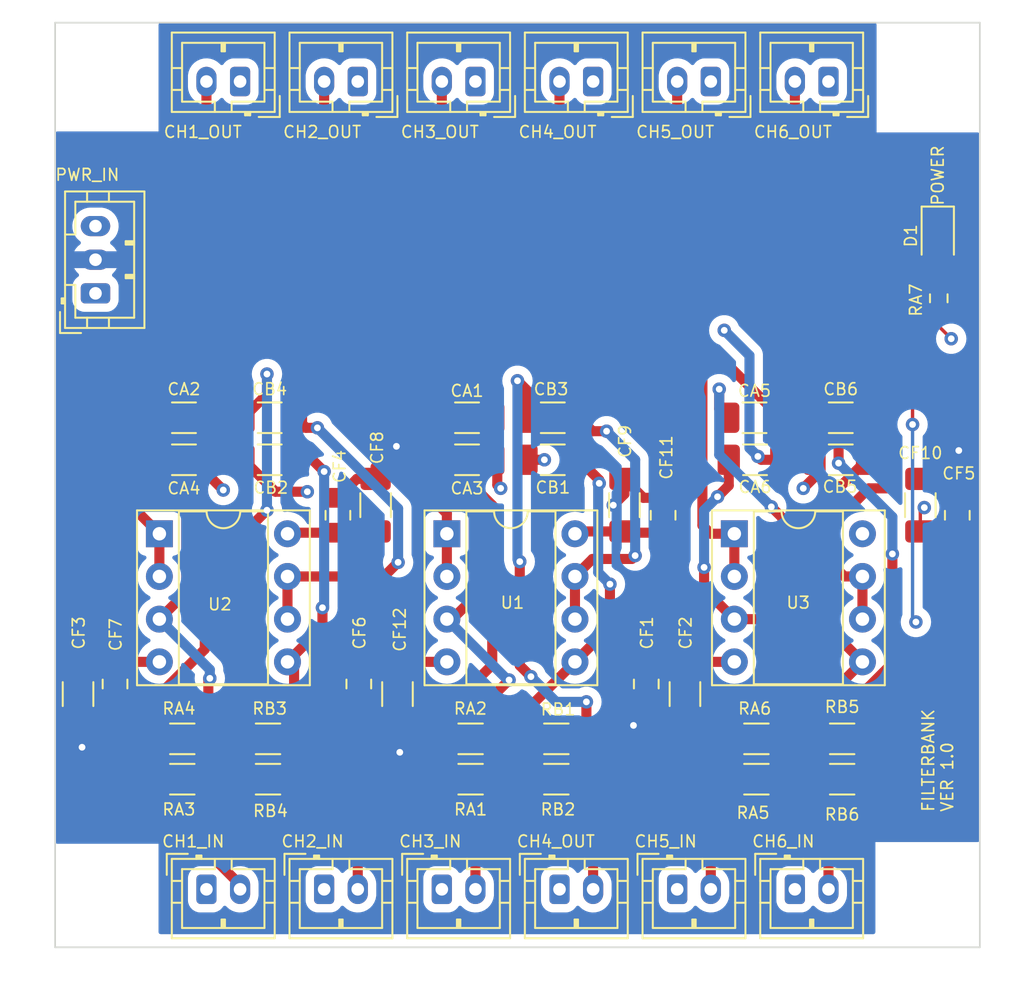
<source format=kicad_pcb>
(kicad_pcb (version 20221018) (generator pcbnew)
  (layers (0 "F.Cu" signal) (1 "In1.Cu" signal) (2 "In2.Cu" signal) (31 "B.Cu" signal) (34 "B.Paste" user) (35 "F.Paste" user) (36 "B.SilkS" user "B.Silkscreen") (37 "F.SilkS" user "F.Silkscreen") (38 "B.Mask" user) (39 "F.Mask" user) (44 "Edge.Cuts" user))
  (net 0 "")
  (net 1 "V-")
  (net 2 "V+")
  (net 3 "Net-(CA1-Pad2)")
  (net 4 "Net-(CA2-Pad2)")
  (net 5 "Net-(U1-InA+)")
  (net 6 "Net-(U2-InA+)")
  (net 7 "Net-(U3-InA+)")
  (net 8 "Net-(CA5-Pad2)")
  (net 9 "Net-(U1-InB+)")
  (net 10 "Net-(U2-InB+)")
  (net 11 "Net-(U3-InB+)")
  (net 12 "Net-(CB3-Pad1)")
  (net 13 "Net-(CB4-Pad1)")
  (net 14 "Net-(D1-A)")
  (net 15 "Net-(CB6-Pad1)")
  (net 16 "PGND")
  (net 17 "CH1GND")
  (net 18 "CH2GND")
  (net 19 "CH3GND")
  (net 20 "CH4GND")
  (net 21 "CH5GND")
  (net 22 "CH6GND")
  (net 23 "CH1IN")
  (net 24 "CH2IN")
  (net 25 "CH3IN")
  (net 26 "CH4IN")
  (net 27 "CH5IN")
  (net 28 "CH6IN")
  (net 29 "CH1OUT")
  (net 30 "CH3OUT")
  (net 31 "CH5OUT")
  (net 32 "CH4OUT")
  (net 33 "CH2OUT")
  (net 34 "CH6OUT")
  (footprint "Resistor_SMD:R_1206_3216Metric_Pad1.30x1.75mm_HandSolder" (layer "F.Cu") (at 144.0625 125.6 180)
    (fp_text reference "RB4")
    (fp_text value "7.5K")
  )
  (footprint "Connector_JST:JST_PH_B3B-PH-K_1x03_P2.00mm_Vertical" (layer "F.Cu") (at 133.8 96.7 90)
    (fp_text reference "J4" hide)
    (fp_text value "Conn_01x03_Male")
  )
  (footprint "Package_DIP:DIP-8_W7.62mm_Socket" (layer "F.Cu") (at 171.8 111)
    (fp_text reference "U3")
    (fp_text value "OPA2134")
  )
  (footprint "Connector_JST:JST_PH_B2B-PH-K_1x02_P2.00mm_Vertical" (layer "F.Cu") (at 142.4 84.1 180)
    (fp_text reference "J2" hide)
    (fp_text value "Conn_01x02_Male")
  )
  (footprint "MountingHole:MountingHole_3.2mm_M3" (layer "F.Cu") (at 183.9 133.1)
    (fp_text reference "H1" hide)
    (fp_text value "MountingHole")
  )
  (footprint "Capacitor_SMD:C_1206_3216Metric_Pad1.33x1.80mm_HandSolder" (layer "F.Cu") (at 132.7625 120.5375 90)
    (fp_text reference "CF3")
    (fp_text value "10u")
  )
  (footprint "Package_DIP:DIP-8_W7.62mm_Socket" (layer "F.Cu") (at 137.6 111)
    (fp_text reference "U2")
    (fp_text value "OPA2134")
  )
  (footprint "Connector_JST:JST_PH_B2B-PH-K_1x02_P2.00mm_Vertical" (layer "F.Cu") (at 154.4 132.15)
    (fp_text reference "J9" hide)
    (fp_text value "Conn_01x02_Male")
  )
  (footprint "Capacitor_SMD:C_0805_2012Metric_Pad1.18x1.45mm_HandSolder" (layer "F.Cu") (at 185.0625 109.9 -90)
    (fp_text reference "CF5")
    (fp_text value "0.1u")
  )
  (footprint "Capacitor_SMD:C_1206_3216Metric_Pad1.33x1.80mm_HandSolder" (layer "F.Cu") (at 150.4625 109.3 -90)
    (fp_text reference "CF8")
    (fp_text value "10u")
  )
  (footprint "Connector_JST:JST_PH_B2B-PH-K_1x02_P2.00mm_Vertical" (layer "F.Cu") (at 163.4 84.1 180)
    (fp_text reference "J7" hide)
    (fp_text value "Conn_01x02_Male")
  )
  (footprint "Capacitor_SMD:C_1206_3216Metric_Pad1.33x1.80mm_HandSolder" (layer "F.Cu") (at 144.1625 104.1)
    (fp_text reference "CB4")
    (fp_text value "470P")
  )
  (footprint "Connector_JST:JST_PH_B2B-PH-K_1x02_P2.00mm_Vertical" (layer "F.Cu") (at 140.4 132.15)
    (fp_text reference "J11" hide)
    (fp_text value "Conn_01x02_Male")
  )
  (footprint "Connector_JST:JST_PH_B2B-PH-K_1x02_P2.00mm_Vertical" (layer "F.Cu") (at 161.4 132.15)
    (fp_text reference "J10" hide)
    (fp_text value "Conn_01x02_Male")
  )
  (footprint "MountingHole:MountingHole_3.2mm_M3" (layer "F.Cu") (at 133.9 133.1)
    (fp_text reference "H3" hide)
    (fp_text value "MountingHole")
  )
  (footprint "Connector_JST:JST_PH_B2B-PH-K_1x02_P2.00mm_Vertical" (layer "F.Cu") (at 170.4 84.1 180)
    (fp_text reference "J6" hide)
    (fp_text value "Conn_01x02_Male")
  )
  (footprint "Connector_JST:JST_PH_B2B-PH-K_1x02_P2.00mm_Vertical" (layer "F.Cu") (at 168.4 132.15)
    (fp_text reference "J13" hide)
    (fp_text value "Conn_01x02_Male")
  )
  (footprint "Resistor_SMD:R_1206_3216Metric_Pad1.30x1.75mm_HandSolder" (layer "F.Cu") (at 156.1125 125.6 180)
    (fp_text reference "RA1")
    (fp_text value "7.5K")
  )
  (footprint "Resistor_SMD:R_1206_3216Metric_Pad1.30x1.75mm_HandSolder" (layer "F.Cu") (at 173.1125 123.2 180)
    (fp_text reference "RA6")
    (fp_text value "130K")
  )
  (footprint "Capacitor_SMD:C_1206_3216Metric_Pad1.33x1.80mm_HandSolder" (layer "F.Cu") (at 155.9 106.6 180)
    (fp_text reference "CA3")
    (fp_text value "47P")
  )
  (footprint "Connector_JST:JST_PH_B2B-PH-K_1x02_P2.00mm_Vertical" (layer "F.Cu") (at 177.4 84.1 180)
    (fp_text reference "J5" hide)
    (fp_text value "Conn_01x02_Male")
  )
  (footprint "Capacitor_SMD:C_1206_3216Metric_Pad1.33x1.80mm_HandSolder" (layer "F.Cu") (at 168.8625 120.5375 90)
    (fp_text reference "CF2")
    (fp_text value "10u")
  )
  (footprint "MountingHole:MountingHole_3.2mm_M3" (layer "F.Cu") (at 183.9 83.1)
    (fp_text reference "H4" hide)
    (fp_text value "MountingHole")
  )
  (footprint "Capacitor_SMD:C_1206_3216Metric_Pad1.33x1.80mm_HandSolder" (layer "F.Cu") (at 173 104.1 180)
    (fp_text reference "CA5")
    (fp_text value "470P")
  )
  (footprint "Resistor_SMD:R_1206_3216Metric_Pad1.30x1.75mm_HandSolder" (layer "F.Cu") (at 161.2125 125.6 180)
    (fp_text reference "RB2")
    (fp_text value "7.5K")
  )
  (footprint "Capacitor_SMD:C_1206_3216Metric_Pad1.33x1.80mm_HandSolder" (layer "F.Cu") (at 178.13 106.6)
    (fp_text reference "CB5")
    (fp_text value "47P")
  )
  (footprint "Capacitor_SMD:C_0805_2012Metric_Pad1.18x1.45mm_HandSolder" (layer "F.Cu") (at 149.4625 119.9375 90)
    (fp_text reference "CF6")
    (fp_text value "0.1u")
  )
  (footprint "Resistor_SMD:R_1206_3216Metric_Pad1.30x1.75mm_HandSolder" (layer "F.Cu") (at 138.9625 123.2)
    (fp_text reference "RA4")
    (fp_text value "130K")
  )
  (footprint "Capacitor_SMD:C_1206_3216Metric_Pad1.33x1.80mm_HandSolder" (layer "F.Cu") (at 161 106.6)
    (fp_text reference "CB1")
    (fp_text value "47P")
  )
  (footprint "Capacitor_SMD:C_1206_3216Metric_Pad1.33x1.80mm_HandSolder" (layer "F.Cu") (at 155.9 104.1 180)
    (fp_text reference "CA1")
    (fp_text value "470P")
  )
  (footprint "Resistor_SMD:R_1206_3216Metric_Pad1.30x1.75mm_HandSolder" (layer "F.Cu") (at 178.2125 125.6 180)
    (fp_text reference "RB6")
    (fp_text value "7.5K")
  )
  (footprint "Capacitor_SMD:C_1206_3216Metric_Pad1.33x1.80mm_HandSolder" (layer "F.Cu") (at 182.8625 109.3 -90)
    (fp_text reference "CF10")
    (fp_text value "10u")
  )
  (footprint "Capacitor_SMD:C_0805_2012Metric_Pad1.18x1.45mm_HandSolder" (layer "F.Cu") (at 167.5625 109.9 -90)
    (fp_text reference "CF11")
    (fp_text value "0.1u")
  )
  (footprint "Capacitor_SMD:C_1206_3216Metric_Pad1.33x1.80mm_HandSolder" (layer "F.Cu") (at 161 104.1)
    (fp_text reference "CB3")
    (fp_text value "470P")
  )
  (footprint "Connector_JST:JST_PH_B2B-PH-K_1x02_P2.00mm_Vertical" (layer "F.Cu") (at 175.4 132.15)
    (fp_text reference "J14" hide)
    (fp_text value "Conn_01x02_Male")
  )
  (footprint "Capacitor_SMD:C_1206_3216Metric_Pad1.33x1.80mm_HandSolder" (layer "F.Cu") (at 139.0625 104.1 180)
    (fp_text reference "CA2")
    (fp_text value "470P")
  )
  (footprint "MountingHole:MountingHole_3.2mm_M3" (layer "F.Cu") (at 133.9 83.1)
    (fp_text reference "H2" hide)
    (fp_text value "MountingHole")
  )
  (footprint "Resistor_SMD:R_1206_3216Metric_Pad1.30x1.75mm_HandSolder" (layer "F.Cu") (at 138.9625 125.6 180)
    (fp_text reference "RA3")
    (fp_text value "7.5K")
  )
  (footprint "Capacitor_SMD:C_1206_3216Metric_Pad1.33x1.80mm_HandSolder" (layer "F.Cu") (at 165.2625 109.3 -90)
    (fp_text reference "CF9")
    (fp_text value "10u")
  )
  (footprint "Resistor_SMD:R_1206_3216Metric_Pad1.30x1.75mm_HandSolder" (layer "F.Cu") (at 156.1125 123.2)
    (fp_text reference "RA2")
    (fp_text value "130K")
  )
  (footprint "Connector_JST:JST_PH_B2B-PH-K_1x02_P2.00mm_Vertical" (layer "F.Cu") (at 156.4 84.1 180)
    (fp_text reference "J8" hide)
    (fp_text value "Conn_01x02_Male")
  )
  (footprint "Resistor_SMD:R_1206_3216Metric_Pad1.30x1.75mm_HandSolder" (layer "F.Cu") (at 161.2125 123.2)
    (fp_text reference "RB1")
    (fp_text value "130K")
  )
  (footprint "Capacitor_SMD:C_1206_3216Metric_Pad1.33x1.80mm_HandSolder" (layer "F.Cu") (at 173.03 106.6 180)
    (fp_text reference "CA6")
    (fp_text value "47P")
  )
  (footprint "Capacitor_SMD:C_0805_2012Metric_Pad1.18x1.45mm_HandSolder" (layer "F.Cu") (at 166.5625 119.9375 90)
    (fp_text reference "CF1")
    (fp_text value "0.1u")
  )
  (footprint "Capacitor_SMD:C_0805_2012Metric_Pad1.18x1.45mm_HandSolder" (layer "F.Cu") (at 148.219156 109.9 -90)
    (fp_text reference "CF4")
    (fp_text value "0.1u")
  )
  (footprint "Capacitor_SMD:C_1206_3216Metric_Pad1.33x1.80mm_HandSolder" (layer "F.Cu") (at 139.0625 106.6 180)
    (fp_text reference "CA4")
    (fp_text value "47P")
  )
  (footprint "Connector_JST:JST_PH_B2B-PH-K_1x02_P2.00mm_Vertical" (layer "F.Cu") (at 147.4 132.15)
    (fp_text reference "J12" hide)
    (fp_text value "Conn_01x02_Male")
  )
  (footprint "Capacitor_SMD:C_1206_3216Metric_Pad1.33x1.80mm_HandSolder" (layer "F.Cu") (at 144.1625 106.6)
    (fp_text reference "CB2")
    (fp_text value "47P")
  )
  (footprint "LED_SMD:LED_0805_2012Metric_Pad1.15x1.40mm_HandSolder" (layer "F.Cu") (at 183.9 93.4 -90)
    (fp_text reference "D1")
    (fp_text value "YELLOW")
  )
  (footprint "Capacitor_SMD:C_1206_3216Metric_Pad1.33x1.80mm_HandSolder" (layer "F.Cu") (at 178.13 104.1)
    (fp_text reference "CB6")
    (fp_text value "470P")
  )
  (footprint "Connector_JST:JST_PH_B2B-PH-K_1x02_P2.00mm_Vertical" (layer "F.Cu") (at 149.4 84.1 180)
    (fp_text reference "J3" hide)
    (fp_text value "Conn_01x02_Male")
  )
  (footprint "Capacitor_SMD:C_0805_2012Metric_Pad1.18x1.45mm_HandSolder" (layer "F.Cu") (at 134.9625 119.9375 90)
    (fp_text reference "CF7")
    (fp_text value "0.1u")
  )
  (footprint "Resistor_SMD:R_1206_3216Metric_Pad1.30x1.75mm_HandSolder" (layer "F.Cu") (at 178.2125 123.2)
    (fp_text reference "RB5")
    (fp_text value "130K")
  )
  (footprint "Capacitor_SMD:C_1206_3216Metric_Pad1.33x1.80mm_HandSolder" (layer "F.Cu") (at 151.7625 120.5375 90)
    (fp_text reference "CF12")
    (fp_text value "10u")
  )
  (footprint "Resistor_SMD:R_1206_3216Metric_Pad1.30x1.75mm_HandSolder" (layer "F.Cu") (at 173.1125 125.6 180)
    (fp_text reference "RA5")
    (fp_text value "7.5K")
  )
  (footprint "Resistor_SMD:R_0603_1608Metric" (layer "F.Cu") (at 183.96 96.995 -90)
    (fp_text reference "RA7")
    (fp_text value "7.5K")
  )
  (footprint "Resistor_SMD:R_1206_3216Metric_Pad1.30x1.75mm_HandSolder" (layer "F.Cu") (at 144.0625 123.2 180)
    (fp_text reference "RB3")
    (fp_text value "130K")
  )
  (footprint "Package_DIP:DIP-8_W7.62mm_Socket" (layer "F.Cu") (at 154.7 111)
    (fp_text reference "U1")
    (fp_text value "OPA2134")
  )
  (gr_line (start 186.4 135.6) (end 186.4 80.6) (stroke (width 0.1)) (layer "Edge.Cuts"))
  (gr_line (start 186.4 80.6) (end 131.4 80.6) (stroke (width 0.1)) (layer "Edge.Cuts"))
  (gr_line (start 131.4 80.6) (end 131.4 135.6) (stroke (width 0.1)) (layer "Edge.Cuts"))
  (gr_line (start 131.4 135.6) (end 186.4 135.6) (stroke (width 0.1)) (layer "Edge.Cuts"))
  (gr_text "CH1_IN\n" (at 137.7 129.3) (layer "F.SilkS") (effects (font (size 0.7 0.7) (thickness 0.1)) (justify left)))
  (gr_text "CH1_OUT\n" (at 137.8 87.1) (layer "F.SilkS") (effects (font (size 0.7 0.7) (thickness 0.1)) (justify left)))
  (gr_text "CH3_OUT\n" (at 151.9 87.1) (layer "F.SilkS") (effects (font (size 0.7 0.7) (thickness 0.1)) (justify left)))
  (gr_text "CH5_OUT\n" (at 165.9 87.1) (layer "F.SilkS") (effects (font (size 0.7 0.7) (thickness 0.1)) (justify left)))
  (gr_text "CH2_IN\n" (at 144.8 129.3) (layer "F.SilkS") (effects (font (size 0.7 0.7) (thickness 0.1)) (justify left)))
  (gr_text "FILTERBANK\nVER 1.0" (at 183.9 127.6 90) (layer "F.SilkS") (effects (font (size 0.7 0.7) (thickness 0.1)) (justify left)))
  (gr_text "CH3_IN\n" (at 151.8 129.3) (layer "F.SilkS") (effects (font (size 0.7 0.7) (thickness 0.1)) (justify left)))
  (gr_text "CH4_OUT\n" (at 158.8 129.3) (layer "F.SilkS") (effects (font (size 0.7 0.7) (thickness 0.1)) (justify left)))
  (gr_text "CH6_OUT\n" (at 172.9 87.1) (layer "F.SilkS") (effects (font (size 0.7 0.7) (thickness 0.1)) (justify left)))
  (gr_text "CH6_IN\n" (at 172.8 129.3) (layer "F.SilkS") (effects (font (size 0.7 0.7) (thickness 0.1)) (justify left)))
  (gr_text "CH5_IN\n" (at 165.8 129.3) (layer "F.SilkS") (effects (font (size 0.7 0.7) (thickness 0.1)) (justify left)))
  (gr_text "CH4_OUT\n" (at 158.9 87.1) (layer "F.SilkS") (effects (font (size 0.7 0.7) (thickness 0.1)) (justify left)))
  (gr_text "POWER" (at 183.9 91.54 90) (layer "F.SilkS") (effects (font (size 0.7 0.7) (thickness 0.1)) (justify left)))
  (gr_text "PWR_IN" (at 131.35 89.65) (layer "F.SilkS") (effects (font (size 0.7 0.7) (thickness 0.1)) (justify left)))
  (gr_text "CH2_OUT\n" (at 144.9 87.1) (layer "F.SilkS") (effects (font (size 0.7 0.7) (thickness 0.1)) (justify left)))
  (segment (start 183.9 92.375) (end 183.9 92.7) (width 0.2) (layer "F.Cu") (net 1))
  (segment (start 137.6 118.62) (end 135.2425 118.62) (width 0.6) (layer "F.Cu") (net 1))
  (segment (start 171.8 118.62) (end 169.2175 118.62) (width 0.6) (layer "F.Cu") (net 1))
  (segment (start 183.9 92.7) (end 182.4 94.2) (width 0.2) (layer "F.Cu") (net 1))
  (segment (start 168.8625 118.975) (end 166.6375 118.975) (width 0.6) (layer "F.Cu") (net 1))
  (segment (start 154.7 118.62) (end 152.1175 118.62) (width 0.6) (layer "F.Cu") (net 1))
  (segment (start 134.9625 118.9) (end 132.8375 118.9) (width 0.6) (layer "F.Cu") (net 1))
  (segment (start 182.4 94.2) (end 182.4 104.5) (width 0.2) (layer "F.Cu") (net 1))
  (segment (start 151.7625 118.975) (end 149.5375 118.975) (width 0.6) (layer "F.Cu") (net 1))
  (via (at 182.4 104.5) (size 0.8) (drill 0.4) (layers "F.Cu" "B.Cu") (net 1))
  (via (at 182.6 116.25) (size 0.8) (drill 0.4) (layers "F.Cu" "B.Cu") (net 1))
  (segment (start 182.4 116.05) (end 182.6 116.25) (width 0.2) (layer "B.Cu") (net 1))
  (segment (start 182.4 104.5) (end 182.4 116.05) (width 0.2) (layer "B.Cu") (net 1))
  (segment (start 167.5625 110.9375) (end 165.3375 110.9375) (width 0.6) (layer "F.Cu") (net 2))
  (segment (start 183.96 98.66) (end 184.7 99.4) (width 0.2) (layer "F.Cu") (net 2))
  (segment (start 185.0625 110.9375) (end 182.9375 110.9375) (width 0.2) (layer "F.Cu") (net 2))
  (segment (start 150.4625 110.8625) (end 148.294156 110.8625) (width 0.6) (layer "F.Cu") (net 2))
  (segment (start 165.2625 110.8625) (end 162.4575 110.8625) (width 0.6) (layer "F.Cu") (net 2))
  (segment (start 182.8625 110.8625) (end 182.8625 109.679393) (width 0.2) (layer "F.Cu") (net 2))
  (segment (start 183.96 97.82) (end 183.96 98.66) (width 0.2) (layer "F.Cu") (net 2))
  (segment (start 182.8625 109.679393) (end 183.0995 109.442393) (width 0.2) (layer "F.Cu") (net 2))
  (segment (start 148.219156 110.9375) (end 145.2825 110.9375) (width 0.6) (layer "F.Cu") (net 2))
  (via (at 184.7 99.4) (size 0.8) (drill 0.4) (layers "F.Cu" "B.Cu") (net 2))
  (via (at 183.0995 109.442393) (size 0.8) (drill 0.4) (layers "F.Cu" "B.Cu") (net 2))
  (segment (start 154.5625 121.6375) (end 157.4 118.8) (width 0.6) (layer "F.Cu") (net 3))
  (segment (start 157.4 118.8) (end 157.4 109.3) (width 0.6) (layer "F.Cu") (net 3))
  (segment (start 154.5625 123.2) (end 154.5625 121.6375) (width 0.6) (layer "F.Cu") (net 3))
  (segment (start 154.5625 125.6) (end 154.5625 123.2) (width 0.6) (layer "F.Cu") (net 3))
  (segment (start 157.4 109.3) (end 155.7 107.6) (width 0.6) (layer "F.Cu") (net 3))
  (segment (start 155.7 107.6) (end 155.7 105.4625) (width 0.6) (layer "F.Cu") (net 3))
  (segment (start 155.7 105.4625) (end 154.3375 104.1) (width 0.6) (layer "F.Cu") (net 3))
  (segment (start 137.4125 120.756834) (end 140.3 117.869334) (width 0.6) (layer "F.Cu") (net 4))
  (segment (start 139.1 104.6) (end 138.6 104.1) (width 0.6) (layer "F.Cu") (net 4))
  (segment (start 137.4125 123.2) (end 137.4125 120.756834) (width 0.6) (layer "F.Cu") (net 4))
  (segment (start 139.1 107.9) (end 139.1 104.6) (width 0.6) (layer "F.Cu") (net 4))
  (segment (start 138.6 104.1) (end 137.5 104.1) (width 0.6) (layer "F.Cu") (net 4))
  (segment (start 140.3 117.869334) (end 140.3 109.1) (width 0.6) (layer "F.Cu") (net 4))
  (segment (start 140.3 109.1) (end 139.1 107.9) (width 0.6) (layer "F.Cu") (net 4))
  (segment (start 137.4125 125.6) (end 137.4125 123.2) (width 0.6) (layer "F.Cu") (net 4))
  (segment (start 157.6625 120.4375) (end 158.4 119.7) (width 0.6) (layer "F.Cu") (net 5))
  (segment (start 154.3375 107.7375) (end 154.3375 106.6) (width 0.6) (layer "F.Cu") (net 5))
  (segment (start 156.3 109.7) (end 154.3375 107.7375) (width 0.6) (layer "F.Cu") (net 5))
  (segment (start 156.3 114.8) (end 156.3 109.7) (width 0.6) (layer "F.Cu") (net 5))
  (segment (start 155.02 116.08) (end 156.3 114.8) (width 0.6) (layer "F.Cu") (net 5))
  (segment (start 154.7 116.08) (end 155.02 116.08) (width 0.6) (layer "F.Cu") (net 5))
  (segment (start 157.6625 123.2) (end 157.6625 120.4375) (width 0.6) (layer "F.Cu") (net 5))
  (via (at 158.4 119.7) (size 0.8) (drill 0.4) (layers "F.Cu" "B.Cu") (net 5))
  (segment (start 158.32 119.7) (end 158.4 119.7) (width 0.6) (layer "B.Cu") (net 5))
  (segment (start 154.7 116.08) (end 158.32 119.7) (width 0.6) (layer "B.Cu") (net 5))
  (segment (start 137.8 108.7) (end 137.5 108.4) (width 0.6) (layer "F.Cu") (net 6))
  (segment (start 137.6 116.08) (end 139.2 114.48) (width 0.6) (layer "F.Cu") (net 6))
  (segment (start 139.2 109.5) (end 138.4 108.7) (width 0.6) (layer "F.Cu") (net 6))
  (segment (start 137.5 108.4) (end 137.5 106.6) (width 0.6) (layer "F.Cu") (net 6))
  (segment (start 140.5125 123.2) (end 140.5125 119.6875) (width 0.6) (layer "F.Cu") (net 6))
  (segment (start 138.4 108.7) (end 137.8 108.7) (width 0.6) (layer "F.Cu") (net 6))
  (segment (start 139.2 114.48) (end 139.2 109.5) (width 0.6) (layer "F.Cu") (net 6))
  (segment (start 140.5125 119.6875) (end 140.6 119.6) (width 0.6) (layer "F.Cu") (net 6))
  (via (at 140.6 119.6) (size 0.8) (drill 0.4) (layers "F.Cu" "B.Cu") (net 6))
  (segment (start 137.6 116.08) (end 140.6 119.08) (width 0.6) (layer "B.Cu") (net 6))
  (segment (start 140.6 119.08) (end 140.6 119.6) (width 0.6) (layer "B.Cu") (net 6))
  (segment (start 171.4675 108.1325) (end 170.8 108.8) (width 0.6) (layer "F.Cu") (net 7))
  (segment (start 171.5625 122.9375) (end 173.7 120.8) (width 0.6) (layer "F.Cu") (net 7))
  (segment (start 170 113) (end 170 114.28) (width 0.6) (layer "F.Cu") (net 7))
  (segment (start 173.18 116.08) (end 171.8 116.08) (width 0.6) (layer "F.Cu") (net 7))
  (segment (start 170 114.28) (end 171.8 116.08) (width 0.6) (layer "F.Cu") (net 7))
  (segment (start 173.7 116.6) (end 173.18 116.08) (width 0.6) (layer "F.Cu") (net 7))
  (segment (start 173.7 120.8) (end 173.7 116.6) (width 0.6) (layer "F.Cu") (net 7))
  (segment (start 171.4675 106.6) (end 171.4675 108.1325) (width 0.6) (layer "F.Cu") (net 7))
  (via (at 170.8 108.8) (size 0.8) (drill 0.4) (layers "F.Cu" "B.Cu") (net 7))
  (via (at 170 113) (size 0.8) (drill 0.4) (layers "F.Cu" "B.Cu") (net 7))
  (segment (start 170.8 108.8) (end 170 109.6) (width 0.6) (layer "B.Cu") (net 7))
  (segment (start 170 109.6) (end 170 113) (width 0.6) (layer "B.Cu") (net 7))
  (segment (start 171.5625 125.6) (end 172.2625 125.6) (width 0.6) (layer "F.Cu") (net 8))
  (segment (start 174.6625 110.0625) (end 174 109.4) (width 0.6) (layer "F.Cu") (net 8))
  (segment (start 174.6625 123.2) (end 174.6625 110.0625) (width 0.6) (layer "F.Cu") (net 8))
  (segment (start 170.9 102.4) (end 170.9 103.5625) (width 0.6) (layer "F.Cu") (net 8))
  (segment (start 172.2625 125.6) (end 174.6625 123.2) (width 0.6) (layer "F.Cu") (net 8))
  (segment (start 170.9 103.5625) (end 171.4375 104.1) (width 0.6) (layer "F.Cu") (net 8))
  (via (at 170.9 102.4) (size 0.8) (drill 0.4) (layers "F.Cu" "B.Cu") (net 8))
  (via (at 174 109.4) (size 0.8) (drill 0.4) (layers "F.Cu" "B.Cu") (net 8))
  (segment (start 174 109.4) (end 170.9 106.3) (width 0.6) (layer "B.Cu") (net 8))
  (segment (start 170.9 106.3) (end 170.9 102.4) (width 0.6) (layer "B.Cu") (net 8))
  (segment (start 159.6625 121.2775) (end 162.32 118.62) (width 0.6) (layer "F.Cu") (net 9))
  (segment (start 163.763 107.8005) (end 162.5625 106.6) (width 0.6) (layer "F.Cu") (net 9))
  (segment (start 164.34 116.6) (end 164.4 116.6) (width 0.6) (layer "F.Cu") (net 9))
  (segment (start 163.763 108) (end 163.763 107.8005) (width 0.6) (layer "F.Cu") (net 9))
  (segment (start 159.6625 123.2) (end 159.6625 121.2775) (width 0.6) (layer "F.Cu") (net 9))
  (segment (start 164.4 116.6) (end 164.4 114) (width 0.6) (layer "F.Cu") (net 9))
  (segment (start 162.32 118.62) (end 164.34 116.6) (width 0.6) (layer "F.Cu") (net 9))
  (via (at 164.4 114) (size 0.8) (drill 0.4) (layers "F.Cu" "B.Cu") (net 9))
  (via (at 163.763 108) (size 0.8) (drill 0.4) (layers "F.Cu" "B.Cu") (net 9))
  (segment (start 163.7005 113.3005) (end 163.7005 108.0625) (width 0.6) (layer "B.Cu") (net 9))
  (segment (start 164.4 114) (end 163.7005 113.3005) (width 0.6) (layer "B.Cu") (net 9))
  (segment (start 163.7005 108.0625) (end 163.763 108) (width 0.6) (layer "B.Cu") (net 9))
  (segment (start 147.3 116.54) (end 145.22 118.62) (width 0.6) (layer "F.Cu") (net 10))
  (segment (start 145.6125 123.2) (end 145.6125 119.0125) (width 0.6) (layer "F.Cu") (net 10))
  (segment (start 145.725 106.6) (end 146.7 106.6) (width 0.6) (layer "F.Cu") (net 10))
  (segment (start 147.3 115.4) (end 147.3 116.54) (width 0.6) (layer "F.Cu") (net 10))
  (segment (start 145.6125 119.0125) (end 145.22 118.62) (width 0.6) (layer "F.Cu") (net 10))
  (segment (start 146.7 106.6) (end 147.4 107.3) (width 0.6) (layer "F.Cu") (net 10))
  (via (at 147.3 115.4) (size 0.8) (drill 0.4) (layers "F.Cu" "B.Cu") (net 10))
  (via (at 147.4 107.3) (size 0.8) (drill 0.4) (layers "F.Cu" "B.Cu") (net 10))
  (segment (start 147.4 115.3) (end 147.3 115.4) (width 0.6) (layer "B.Cu") (net 10))
  (segment (start 147.4 107.3) (end 147.4 115.3) (width 0.6) (layer "B.Cu") (net 10))
  (segment (start 179.42 118.62) (end 176.900499 116.100499) (width 0.6) (layer "F.Cu") (net 11))
  (segment (start 176.6625 123.2) (end 176.6625 121.3775) (width 0.6) (layer "F.Cu") (net 11))
  (segment (start 176.900499 109.392001) (end 179.6925 106.6) (width 0.6) (layer "F.Cu") (net 11))
  (segment (start 176.6625 121.3775) (end 179.42 118.62) (width 0.6) (layer "F.Cu") (net 11))
  (segment (start 176.900499 116.100499) (end 176.900499 109.392001) (width 0.6) (layer "F.Cu") (net 11))
  (segment (start 159.4375 104.1) (end 159.4375 102.4375) (width 0.6) (layer "F.Cu") (net 12))
  (segment (start 159.036536 118.836536) (end 159.036536 112.658004) (width 0.6) (layer "F.Cu") (net 12))
  (segment (start 163 121) (end 163 122.9625) (width 0.6) (layer "F.Cu") (net 12))
  (segment (start 162.7625 125.6) (end 162.7625 123.2) (width 0.6) (layer "F.Cu") (net 12))
  (segment (start 159.7 119.5) (end 159.036536 118.836536) (width 0.6) (layer "F.Cu") (net 12))
  (segment (start 159.4375 102.4375) (end 158.9 101.9) (width 0.6) (layer "F.Cu") (net 12))
  (via (at 159.036536 112.658004) (size 0.8) (drill 0.4) (layers "F.Cu" "B.Cu") (net 12))
  (via (at 158.9 101.9) (size 0.8) (drill 0.4) (layers "F.Cu" "B.Cu") (net 12))
  (via (at 163 121) (size 0.8) (drill 0.4) (layers "F.Cu" "B.Cu") (net 12))
  (via (at 159.7 119.5) (size 0.8) (drill 0.4) (layers "F.Cu" "B.Cu") (net 12))
  (segment (start 159.7 119.5) (end 161.2 121) (width 0.6) (layer "B.Cu") (net 12))
  (segment (start 158.9 112.521468) (end 159.036536 112.658004) (width 0.6) (layer "B.Cu") (net 12))
  (segment (start 161.2 121) (end 163 121) (width 0.6) (layer "B.Cu") (net 12))
  (segment (start 158.9 101.9) (end 158.9 112.521468) (width 0.6) (layer "B.Cu") (net 12))
  (segment (start 142.5125 111.0875) (end 144 109.6) (width 0.6) (layer "F.Cu") (net 13))
  (segment (start 144 102.7) (end 142.6 104.1) (width 0.6) (layer "F.Cu") (net 13))
  (segment (start 142.5125 123.2) (end 143.2125 123.2) (width 0.6) (layer "F.Cu") (net 13))
  (segment (start 143.2125 123.2) (end 145.6125 125.6) (width 0.6) (layer "F.Cu") (net 13))
  (segment (start 144 101.5) (end 144 102.7) (width 0.6) (layer "F.Cu") (net 13))
  (segment (start 142.5125 123.2) (end 142.5125 111.0875) (width 0.6) (layer "F.Cu") (net 13))
  (via (at 144 101.5) (size 0.8) (drill 0.4) (layers "F.Cu" "B.Cu") (net 13))
  (via (at 144 109.6) (size 0.8) (drill 0.4) (layers "F.Cu" "B.Cu") (net 13))
  (segment (start 144 109.6) (end 144 101.5) (width 0.6) (layer "B.Cu") (net 13))
  (segment (start 183.9 94.6875) (end 183.9 96.11) (width 0.25) (layer "F.Cu") (net 14))
  (segment (start 179.7625 120.1375) (end 181.2 118.7) (width 0.6) (layer "F.Cu") (net 15))
  (segment (start 178 105.5325) (end 176.5675 104.1) (width 0.6) (layer "F.Cu") (net 15))
  (segment (start 179.7625 123.2) (end 179.7625 120.1375) (width 0.6) (layer "F.Cu") (net 15))
  (segment (start 181.2 118.7) (end 181.2 112.2) (width 0.6) (layer "F.Cu") (net 15))
  (segment (start 179.7625 125.6) (end 179.7625 123.2) (width 0.6) (layer "F.Cu") (net 15))
  (segment (start 178 106.8) (end 178 105.5325) (width 0.6) (layer "F.Cu") (net 15))
  (via (at 178 106.8) (size 0.8) (drill 0.4) (layers "F.Cu" "B.Cu") (net 15))
  (via (at 181.2 112.2) (size 0.8) (drill 0.4) (layers "F.Cu" "B.Cu") (net 15))
  (segment (start 181.2 110) (end 178 106.8) (width 0.6) (layer "B.Cu") (net 15))
  (segment (start 181.2 112.2) (end 181.2 110) (width 0.6) (layer "B.Cu") (net 15))
  (segment (start 151.7625 123.8625) (end 151.9 124) (width 0.6) (layer "F.Cu") (net 16))
  (segment (start 132.7625 122.1) (end 133.8375 122.1) (width 0.6) (layer "F.Cu") (net 16))
  (segment (start 183.9375 107.7375) (end 185.0625 108.8625) (width 0.6) (layer "F.Cu") (net 16))
  (segment (start 149.344156 107.7375) (end 148.219156 108.8625) (width 0.6) (layer "F.Cu") (net 16))
  (segment (start 166.3875 108.8625) (end 165.2625 107.7375) (width 0.6) (layer "F.Cu") (net 16))
  (segment (start 165.2625 107.7375) (end 165.2625 108.6375) (width 0.6) (layer "F.Cu") (net 16))
  (segment (start 133.8375 122.1) (end 134.9625 120.975) (width 0.6) (layer "F.Cu") (net 16))
  (segment (start 166.5625 121.6375) (end 165.8 122.4) (width 0.6) (layer "F.Cu") (net 16))
  (segment (start 185.0625 106.1375) (end 185.15 106.05) (width 0.6) (layer "F.Cu") (net 16))
  (segment (start 182.8625 107.7375) (end 183.9375 107.7375) (width 0.6) (layer "F.Cu") (net 16))
  (segment (start 132.7625 122.1) (end 132.7625 123.4625) (width 0.6) (layer "F.Cu") (net 16))
  (segment (start 132.7625 123.4625) (end 133 123.7) (width 0.6) (layer "F.Cu") (net 16))
  (segment (start 167.5625 108.8625) (end 166.3875 108.8625) (width 0.6) (layer "F.Cu") (net 16))
  (segment (start 166.5625 120.975) (end 166.5625 121.6375) (width 0.6) (layer "F.Cu") (net 16))
  (segment (start 150.4625 107.0375) (end 151.7 105.8) (width 0.6) (layer "F.Cu") (net 16))
  (segment (start 150.4625 107.7375) (end 149.344156 107.7375) (width 0.6) (layer "F.Cu") (net 16))
  (segment (start 167.7375 120.975) (end 168.8625 122.1) (width 0.6) (layer "F.Cu") (net 16))
  (segment (start 151.7625 122.1) (end 151.7625 123.8625) (width 0.6) (layer "F.Cu") (net 16))
  (segment (start 150.4625 107.7375) (end 150.4625 107.0375) (width 0.6) (layer "F.Cu") (net 16))
  (segment (start 166.5625 120.975) (end 167.7375 120.975) (width 0.6) (layer "F.Cu") (net 16))
  (segment (start 149.4625 120.975) (end 150.6375 120.975) (width 0.6) (layer "F.Cu") (net 16))
  (segment (start 150.6375 120.975) (end 151.7625 122.1) (width 0.6) (layer "F.Cu") (net 16))
  (segment (start 185.0625 108.8625) (end 185.0625 106.1375) (width 0.6) (layer "F.Cu") (net 16))
  (segment (start 165.2625 108.6375) (end 164.6 109.3) (width 0.6) (layer "F.Cu") (net 16))
  (via (at 151.9 124) (size 0.8) (drill 0.4) (layers "F.Cu" "B.Cu") (net 16))
  (via (at 164.6 109.3) (size 0.8) (drill 0.4) (layers "F.Cu" "B.Cu") (net 16))
  (via (at 151.7 105.8) (size 0.8) (drill 0.4) (layers "F.Cu" "B.Cu") (net 16))
  (via (at 185.15 106.05) (size 0.8) (drill 0.4) (layers "F.Cu" "B.Cu") (net 16))
  (via (at 133 123.7) (size 0.8) (drill 0.4) (layers "F.Cu" "B.Cu") (net 16))
  (via (at 165.8 122.4) (size 0.8) (drill 0.4) (layers "F.Cu" "B.Cu") (net 16))
  (segment (start 140.625 107.625) (end 141.4 108.4) (width 0.6) (layer "F.Cu") (net 17))
  (segment (start 140.625 106.6) (end 140.625 107.625) (width 0.6) (layer "F.Cu") (net 17))
  (via (at 141.4 108.4) (size 0.8) (drill 0.4) (layers "F.Cu" "B.Cu") (net 17))
  (segment (start 145.4 108.5) (end 146.4 108.5) (width 0.6) (layer "F.Cu") (net 18))
  (segment (start 144.5 108.5) (end 145.4 108.5) (width 0.6) (layer "F.Cu") (net 18))
  (segment (start 142.6 106.6) (end 144.5 108.5) (width 0.6) (layer "F.Cu") (net 18))
  (via (at 146.4 108.5) (size 0.8) (drill 0.4) (layers "F.Cu" "B.Cu") (net 18))
  (segment (start 157.7 106.8375) (end 157.7 108.1) (width 0.6) (layer "F.Cu") (net 19))
  (segment (start 157.7 108.1) (end 157.9 108.3) (width 0.6) (layer "F.Cu") (net 19))
  (via (at 157.9 108.3) (size 0.8) (drill 0.4) (layers "F.Cu" "B.Cu") (net 19))
  (segment (start 159.4375 106.6) (end 160.5005 106.6) (width 0.6) (layer "F.Cu") (net 20))
  (via (at 160.5005 106.6) (size 0.8) (drill 0.4) (layers "F.Cu" "B.Cu") (net 20))
  (segment (start 173.4 106.6) (end 173.2 106.4) (width 0.6) (layer "F.Cu") (net 21))
  (segment (start 174.5925 106.6) (end 173.4 106.6) (width 0.6) (layer "F.Cu") (net 21))
  (via (at 171.2 98.9) (size 0.8) (drill 0.4) (layers "F.Cu" "B.Cu") (net 21))
  (via (at 173.2 106.4) (size 0.8) (drill 0.4) (layers "F.Cu" "B.Cu") (net 21))
  (segment (start 173.2 106.4) (end 172.7 105.9) (width 0.6) (layer "B.Cu") (net 21))
  (segment (start 172.7 105.9) (end 172.7 100.4) (width 0.6) (layer "B.Cu") (net 21))
  (segment (start 172.7 100.4) (end 171.2 98.9) (width 0.6) (layer "B.Cu") (net 21))
  (segment (start 176.5675 107.6325) (end 175.9 108.3) (width 0.6) (layer "F.Cu") (net 22))
  (segment (start 176.5675 106.6) (end 176.5675 107.6325) (width 0.6) (layer "F.Cu") (net 22))
  (via (at 175.9 108.3) (size 0.8) (drill 0.4) (layers "F.Cu" "B.Cu") (net 22))
  (segment (start 142.4 131.875) (end 140.5125 129.9875) (width 0.6) (layer "F.Cu") (net 23))
  (segment (start 140.5125 129.9875) (end 140.5125 125.6) (width 0.6) (layer "F.Cu") (net 23))
  (segment (start 142.5125 125.6) (end 142.5125 126.9125) (width 0.6) (layer "F.Cu") (net 24))
  (segment (start 142.5125 126.9125) (end 143.7 128.1) (width 0.6) (layer "F.Cu") (net 24))
  (segment (start 147.3 128.1) (end 149.4 130.2) (width 0.6) (layer "F.Cu") (net 24))
  (segment (start 149.4 130.2) (end 149.4 132.15) (width 0.6) (layer "F.Cu") (net 24))
  (segment (start 143.7 128.1) (end 147.3 128.1) (width 0.6) (layer "F.Cu") (net 24))
  (segment (start 157.6625 125.6) (end 156.4 126.8625) (width 0.6) (layer "F.Cu") (net 25))
  (segment (start 156.4 126.8625) (end 156.4 132.15) (width 0.6) (layer "F.Cu") (net 25))
  (segment (start 163.4 129.2) (end 163.4 132.15) (width 0.6) (layer "F.Cu") (net 26))
  (segment (start 159.8 125.6) (end 163.4 129.2) (width 0.6) (layer "F.Cu") (net 26))
  (segment (start 170.4 129.6) (end 172.3 127.7) (width 0.6) (layer "F.Cu") (net 27))
  (segment (start 170.4 132.15) (end 170.4 129.6) (width 0.6) (layer "F.Cu") (net 27))
  (segment (start 172.3 127.7) (end 173.8 127.7) (width 0.6) (layer "F.Cu") (net 27))
  (segment (start 173.8 127.7) (end 174.6625 126.8375) (width 0.6) (layer "F.Cu") (net 27))
  (segment (start 174.6625 126.8375) (end 174.6625 125.6) (width 0.6) (layer "F.Cu") (net 27))
  (segment (start 176.6625 129.3625) (end 177.4 130.1) (width 0.6) (layer "F.Cu") (net 28))
  (segment (start 177.4 130.1) (end 177.4 132.15) (width 0.6) (layer "F.Cu") (net 28))
  (segment (start 176.6625 125.6) (end 176.6625 129.3625) (width 0.6) (layer "F.Cu") (net 28))
  (segment (start 140.4 100) (end 140.4 103.875) (width 0.6) (layer "F.Cu") (net 29))
  (segment (start 137.6 100) (end 140.4 100) (width 0.6) (layer "F.Cu") (net 29))
  (segment (start 140.4 84.1) (end 140.4 100) (width 0.6) (layer "F.Cu") (net 29))
  (segment (start 137.6 111) (end 135.5 108.9) (width 0.6) (layer "F.Cu") (net 29))
  (segment (start 135.5 102.1) (end 137.6 100) (width 0.6) (layer "F.Cu") (net 29))
  (segment (start 137.6 111) (end 137.6 113.54) (width 0.6) (layer "F.Cu") (net 29))
  (segment (start 135.5 108.9) (end 135.5 102.1) (width 0.6) (layer "F.Cu") (net 29))
  (segment (start 154.7 111) (end 154.7 113.54) (width 0.6) (layer "F.Cu") (net 30))
  (segment (start 152.9 102.5375) (end 154.4 101.0375) (width 0.6) (layer "F.Cu") (net 30))
  (segment (start 154.4 101.0375) (end 157.4625 104.1) (width 0.6) (layer "F.Cu") (net 30))
  (segment (start 154.7 111) (end 154.7 109.8) (width 0.6) (layer "F.Cu") (net 30))
  (segment (start 154.7 109.8) (end 152.9 108) (width 0.6) (layer "F.Cu") (net 30))
  (segment (start 152.9 108) (end 152.9 102.5375) (width 0.6) (layer "F.Cu") (net 30))
  (segment (start 154.4 84.1) (end 154.4 101.0375) (width 0.6) (layer "F.Cu") (net 30))
  (segment (start 168.4 84.1) (end 168.4 97.9375) (width 0.6) (layer "F.Cu") (net 31))
  (segment (start 168.4 97.9375) (end 170.88125 100.41875) (width 0.6) (layer "F.Cu") (net 31))
  (segment (start 169.9 101.4) (end 170.88125 100.41875) (width 0.6) (layer "F.Cu") (net 31))
  (segment (start 169.9 110.5) (end 169.9 101.4) (width 0.6) (layer "F.Cu") (net 31))
  (segment (start 170.88125 100.41875) (end 174.5625 104.1) (width 0.6) (layer "F.Cu") (net 31))
  (segment (start 171.8 111) (end 171.8 113.54) (width 0.6) (layer "F.Cu") (net 31))
  (segment (start 171.8 111) (end 170.4 111) (width 0.6) (layer "F.Cu") (net 31))
  (segment (start 170.4 111) (end 169.9 110.5) (width 0.6) (layer "F.Cu") (net 31))
  (segment (start 163.36 112.5) (end 163.7 112.5) (width 0.6) (layer "F.Cu") (net 32))
  (segment (start 162.32 113.54) (end 163.36 112.5) (width 0.6) (layer "F.Cu") (net 32))
  (segment (start 165.7 112.5) (end 165.9 112.3) (width 0.6) (layer "F.Cu") (net 32))
  (segment (start 164.2 104.9) (end 163.3625 104.9) (width 0.6) (layer "F.Cu") (net 32))
  (segment (start 161.4 84.1) (end 161.4 102.9375) (width 0.6) (layer "F.Cu") (net 32))
  (segment (start 163.7 112.5) (end 165.7 112.5) (width 0.6) (layer "F.Cu") (net 32))
  (segment (start 161.4 102.9375) (end 162.5625 104.1) (width 0.6) (layer "F.Cu") (net 32))
  (segment (start 163.3625 104.9) (end 162.5625 104.1) (width 0.6) (layer "F.Cu") (net 32))
  (segment (start 162.32 113.54) (end 162.32 116.08) (width 0.6) (layer "F.Cu") (net 32))
  (via (at 165.9 112.3) (size 0.8) (drill 0.4) (layers "F.Cu" "B.Cu") (net 32))
  (via (at 164.2 104.9) (size 0.8) (drill 0.4) (layers "F.Cu" "B.Cu") (net 32))
  (segment (start 165.9 112.3) (end 165.9 106.6) (width 0.6) (layer "B.Cu") (net 32))
  (segment (start 165.9 106.6) (end 164.2 104.9) (width 0.6) (layer "B.Cu") (net 32))
  (segment (start 147 104.7) (end 146.325 104.7) (width 0.6) (layer "F.Cu") (net 33))
  (segment (start 145.22 113.54) (end 145.22 116.08) (width 0.6) (layer "F.Cu") (net 33))
  (segment (start 150.96 113.54) (end 151.8 112.7) (width 0.6) (layer "F.Cu") (net 33))
  (segment (start 146.325 104.7) (end 145.725 104.1) (width 0.6) (layer "F.Cu") (net 33))
  (segment (start 147.4 84.1) (end 147.4 102.425) (width 0.6) (layer "F.Cu") (net 33))
  (segment (start 145.22 113.54) (end 150.96 113.54) (width 0.6) (layer "F.Cu") (net 33))
  (segment (start 147.4 102.425) (end 145.725 104.1) (width 0.6) (layer "F.Cu") (net 33))
  (via (at 147 104.7) (size 0.8) (drill 0.4) (layers "F.Cu" "B.Cu") (net 33))
  (via (at 151.8 112.7) (size 0.8) (drill 0.4) (layers "F.Cu" "B.Cu") (net 33))
  (segment (start 151.8 112.7) (end 151.8 109.5) (width 0.6) (layer "B.Cu") (net 33))
  (segment (start 151.8 109.5) (end 147 104.7) (width 0.6) (layer "B.Cu") (net 33))
  (segment (start 181.2 105.6075) (end 181.2 108.3) (width 0.6) (layer "F.Cu") (net 34))
  (segment (start 179.42 113.54) (end 179.42 116.08) (width 0.6) (layer "F.Cu") (net 34))
  (segment (start 178.34 113.54) (end 179.42 113.54) (width 0.6) (layer "F.Cu") (net 34))
  (segment (start 179.6925 104.1) (end 181.2 105.6075) (width 0.6) (layer "F.Cu") (net 34))
  (segment (start 179.8 108.3) (end 177.7 110.4) (width 0.6) (layer "F.Cu") (net 34))
  (segment (start 177.7 110.4) (end 177.7 112.9) (width 0.6) (layer "F.Cu") (net 34))
  (segment (start 175.4 84.1) (end 175.4 99.8075) (width 0.6) (layer "F.Cu") (net 34))
  (segment (start 177.7 112.9) (end 178.34 113.54) (width 0.6) (layer "F.Cu") (net 34))
  (segment (start 181.2 108.3) (end 179.8 108.3) (width 0.6) (layer "F.Cu") (net 34))
  (segment (start 175.4 99.8075) (end 179.6925 104.1) (width 0.6) (layer "F.Cu") (net 34))
  (zone (net 16) (net_name "PGND") (layer "B.Cu") (priority 1) (connect_pads (clearance 0.5)) (min_thickness 0.254) (fill yes (thermal_gap 0.508) (thermal_bridge_width 1))
    (polygon (pts (xy 180.26 87.13) (xy 187.25 87.13) (xy 187.25 129.34) (xy 180.19 129.34) (xy 180.19 134.82) (xy 137.55 134.82) (xy 137.55 129.44) (xy 130.9 129.44) (xy 130.9 87.07) (xy 137.55 87.07) (xy 137.55 79.34) (xy 180.26 79.34)))
  )
)
</source>
